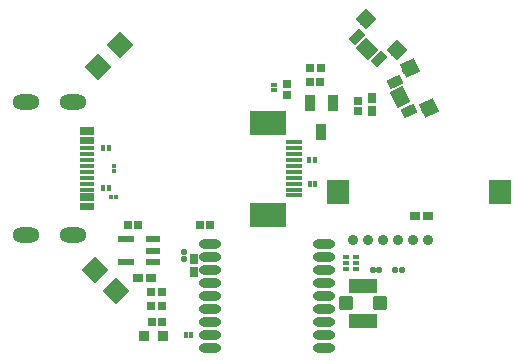
<source format=gbs>
G04 Layer: BottomSolderMaskLayer*
G04 Panelize: , Column: 1, Row: 1, Board Size: 43.14mm x 33.02mm, Panelized Board Size: 43.14mm x 33.02mm*
G04 EasyEDA v6.5.47, 2024-10-29 22:54:22*
G04 42380360e6cd4aec933f52dd5ad820ca,9a4ed40c0dd746429eaf55b84663d2fb,10*
G04 Gerber Generator version 0.2*
G04 Scale: 100 percent, Rotated: No, Reflected: No *
G04 Dimensions in millimeters *
G04 leading zeros omitted , absolute positions ,4 integer and 5 decimal *
%FSLAX45Y45*%
%MOMM*%

%AMMACRO1*4,1,8,-0.021,-1.1284,-1.1284,-0.0211,-1.1284,0.021,-0.021,1.1284,0.0211,1.1284,1.1284,0.021,1.1284,-0.0211,0.0211,-1.1284,-0.021,-1.1284,0*%
%AMMACRO2*4,1,8,-0.0211,-1.1284,-1.1284,-0.021,-1.1284,0.0211,-0.0211,1.1284,0.021,1.1284,1.1284,0.0211,1.1284,-0.021,0.021,-1.1284,-0.0211,-1.1284,0*%
%AMMACRO3*4,1,8,-0.0211,-1.1284,-1.1284,-0.0211,-1.1284,0.021,-0.0211,1.1284,0.021,1.1284,1.1284,0.021,1.1284,-0.0211,0.021,-1.1284,-0.0211,-1.1284,0*%
%AMMACRO4*4,1,8,-0.021,-1.1284,-1.1284,-0.021,-1.1284,0.0211,-0.021,1.1284,0.0211,1.1284,1.1284,0.0211,1.1284,-0.021,0.0211,-1.1284,-0.021,-1.1284,0*%
%AMMACRO5*4,1,8,-0.571,-0.2007,-0.6007,-0.1709,-0.6007,0.1709,-0.571,0.2007,0.5709,0.2007,0.6007,0.1709,0.6007,-0.1709,0.5709,-0.2007,-0.571,-0.2007,0*%
%AMMACRO6*4,1,8,-0.571,-0.2019,-0.6007,-0.1722,-0.6007,0.1722,-0.571,0.2019,0.5709,0.2019,0.6007,0.1722,0.6007,-0.1722,0.5709,-0.2019,-0.571,-0.2019,0*%
%AMMACRO7*4,1,8,-0.9211,-1.0508,-0.9508,-1.021,-0.9508,1.0211,-0.9211,1.0508,0.921,1.0508,0.9508,1.0211,0.9508,-1.021,0.921,-1.0508,-0.9211,-1.0508,0*%
%AMMACRO8*4,1,8,-0.3039,-0.3208,-0.3336,-0.291,-0.3336,0.2911,-0.3039,0.3208,0.3038,0.3208,0.3336,0.2911,0.3336,-0.291,0.3038,-0.3208,-0.3039,-0.3208,0*%
%AMMACRO9*4,1,8,-0.3711,-0.6758,-0.4008,-0.646,-0.4008,0.646,-0.3711,0.6758,0.371,0.6758,0.4008,0.646,0.4008,-0.646,0.371,-0.6758,-0.3711,-0.6758,0*%
%AMMACRO10*4,1,8,-0.1726,-0.2128,-0.2024,-0.183,-0.2024,0.1831,-0.1726,0.2128,0.1726,0.2128,0.2024,0.1831,0.2024,-0.183,0.1726,-0.2128,-0.1726,-0.2128,0*%
%AMMACRO11*4,1,8,-0.1831,-0.2024,-0.2128,-0.1726,-0.2128,0.1726,-0.1831,0.2024,0.183,0.2024,0.2128,0.1726,0.2128,-0.1726,0.183,-0.2024,-0.1831,-0.2024,0*%
%AMMACRO12*4,1,8,-0.1557,-0.175,-0.185,-0.1457,-0.185,0.1457,-0.1557,0.175,0.1557,0.175,0.185,0.1457,0.185,-0.1457,0.1557,-0.175,-0.1557,-0.175,0*%
%AMMACRO13*4,1,8,-0.1457,-0.185,-0.175,-0.1557,-0.175,0.1557,-0.1457,0.185,0.1457,0.185,0.175,0.1557,0.175,-0.1557,0.1457,-0.185,-0.1457,-0.185,0*%
%AMMACRO14*4,1,8,-0.4211,-0.4508,-0.4508,-0.421,-0.4508,0.4211,-0.4211,0.4508,0.421,0.4508,0.4508,0.4211,0.4508,-0.421,0.421,-0.4508,-0.4211,-0.4508,0*%
%AMMACRO15*4,1,8,-0.5996,-0.2958,-0.6293,-0.266,-0.6293,0.2661,-0.5996,0.2958,0.5995,0.2958,0.6293,0.2661,0.6293,-0.266,0.5995,-0.2958,-0.5996,-0.2958,0*%
%AMMACRO16*4,1,8,-0.6086,-0.2958,-0.6383,-0.266,-0.6383,0.2661,-0.6086,0.2958,0.6085,0.2958,0.6383,0.2661,0.6383,-0.266,0.6085,-0.2958,-0.6086,-0.2958,0*%
%AMMACRO17*4,1,8,-0.6711,-0.2008,-0.7008,-0.171,-0.7008,0.1711,-0.6711,0.2008,0.671,0.2008,0.7008,0.1711,0.7008,-0.171,0.671,-0.2008,-0.6711,-0.2008,0*%
%AMMACRO18*4,1,8,-1.5211,-1.0508,-1.5508,-1.021,-1.5508,1.0211,-1.5211,1.0508,1.521,1.0508,1.5508,1.0211,1.5508,-1.021,1.521,-1.0508,-1.5211,-1.0508,0*%
%AMMACRO19*4,1,8,-1.1211,-0.6008,-1.1508,-0.571,-1.1508,0.5711,-1.1211,0.6008,1.121,0.6008,1.1508,0.5711,1.1508,-0.571,1.121,-0.6008,-1.1211,-0.6008,0*%
%AMMACRO20*4,1,8,-0.5211,-0.5758,-0.5508,-0.546,-0.5508,0.5461,-0.5211,0.5758,0.521,0.5758,0.5508,0.5461,0.5508,-0.546,0.521,-0.5758,-0.5211,-0.5758,0*%
%AMMACRO21*4,1,8,-0.2336,-0.1908,-0.2633,-0.161,-0.2633,0.1611,-0.2336,0.1908,0.2335,0.1908,0.2633,0.1611,0.2633,-0.161,0.2335,-0.1908,-0.2336,-0.1908,0*%
%AMMACRO22*4,1,8,-0.2053,-0.2128,-0.235,-0.183,-0.235,0.1831,-0.2053,0.2128,0.2053,0.2128,0.235,0.1831,0.235,-0.183,0.2053,-0.2128,-0.2053,-0.2128,0*%
%AMMACRO23*4,1,8,-0.4161,-0.3208,-0.4458,-0.291,-0.4458,0.2911,-0.4161,0.3208,0.4161,0.3208,0.4458,0.2911,0.4458,-0.291,0.4161,-0.3208,-0.4161,-0.3208,0*%
%AMMACRO24*4,1,8,-0.2911,-0.4458,-0.3208,-0.4161,-0.3208,0.4161,-0.2911,0.4458,0.291,0.4458,0.3208,0.4161,0.3208,-0.4161,0.291,-0.4458,-0.2911,-0.4458,0*%
%AMMACRO25*4,1,8,-0.1831,-0.235,-0.2128,-0.2053,-0.2128,0.2053,-0.1831,0.235,0.183,0.235,0.2128,0.2053,0.2128,-0.2053,0.183,-0.235,-0.1831,-0.235,0*%
%AMMACRO26*4,1,8,-0.2911,-0.3336,-0.3208,-0.3038,-0.3208,0.3039,-0.2911,0.3336,0.291,0.3336,0.3208,0.3039,0.3208,-0.3038,0.291,-0.3336,-0.2911,-0.3336,0*%
%AMMACRO27*4,1,8,-0.1625,-0.6872,-0.6872,-0.1625,-0.6872,-0.1204,0.1204,0.6872,0.1625,0.6872,0.6872,0.1625,0.6872,0.1204,-0.1204,-0.6872,-0.1625,-0.6872,0*%
%AMMACRO28*4,1,8,0.085,-0.9347,-0.9347,0.085,-0.9347,0.1271,-0.1271,0.9347,-0.085,0.9347,0.9347,-0.085,0.9347,-0.1271,0.1271,-0.9347,0.085,-0.9347,0*%
%AMMACRO29*4,1,8,-0.0387,-0.8816,-0.8816,-0.0387,-0.8816,0.0034,-0.0034,0.8816,0.0387,0.8816,0.8816,0.0387,0.8816,-0.0034,0.0033,-0.8816,-0.0387,-0.8816,0*%
%AMMACRO30*4,1,8,-0.0387,-0.8816,-0.8816,-0.0387,-0.8816,0.0034,-0.0034,0.8816,0.0387,0.8816,0.8816,0.0387,0.8816,-0.0034,0.0034,-0.8816,-0.0387,-0.8816,0*%
%AMMACRO31*4,1,8,-0.3376,-0.6106,-0.3774,-0.5969,-0.7027,0.0701,-0.689,0.1099,0.3375,0.6106,0.3773,0.5969,0.7027,-0.0701,0.689,-0.1099,-0.3376,-0.6106,0*%
%AMMACRO32*4,1,8,-0.1841,-0.9252,-0.2239,-0.9115,-0.8561,0.3847,-0.8424,0.4245,0.1841,0.9252,0.2239,0.9115,0.8561,-0.3847,0.8424,-0.4245,-0.1841,-0.9252,0*%
%AMMACRO33*4,1,8,-0.2839,-0.8347,-0.3237,-0.821,-0.8462,0.2504,-0.8325,0.2902,0.2839,0.8347,0.3237,0.821,0.8462,-0.2504,0.8325,-0.2902,-0.2839,-0.8347,0*%
%ADD10MACRO1*%
%ADD11MACRO2*%
%ADD12MACRO3*%
%ADD13MACRO4*%
%ADD14MACRO5*%
%ADD15MACRO6*%
%ADD16O,2.3015956X1.3015976000000002*%
%ADD17MACRO7*%
%ADD18MACRO8*%
%ADD19MACRO9*%
%ADD20MACRO10*%
%ADD21MACRO11*%
%ADD22MACRO12*%
%ADD23MACRO13*%
%ADD24MACRO14*%
%ADD25MACRO15*%
%ADD26MACRO16*%
%ADD27MACRO17*%
%ADD28MACRO18*%
%ADD29O,1.8745962X0.8015985999999999*%
%ADD30MACRO19*%
%ADD31MACRO20*%
%ADD32MACRO21*%
%ADD33MACRO22*%
%ADD34MACRO23*%
%ADD35MACRO24*%
%ADD36MACRO25*%
%ADD37MACRO26*%
%ADD38MACRO27*%
%ADD39MACRO28*%
%ADD40MACRO29*%
%ADD41MACRO30*%
%ADD42C,0.9000*%
%ADD43MACRO31*%
%ADD44MACRO32*%
%ADD45MACRO33*%
%ADD46C,0.9016*%

%LPD*%
D10*
G01*
X-978103Y-113294D03*
D11*
G01*
X-798497Y-292900D03*
D12*
G01*
X-767623Y1789920D03*
D13*
G01*
X-947229Y1610314D03*
D14*
G01*
X-1045382Y488970D03*
G01*
X-1045382Y518942D03*
G01*
X-1045382Y568980D03*
D15*
G01*
X-1045382Y618891D03*
D14*
G01*
X-1045382Y668802D03*
G01*
X-1045382Y718840D03*
G01*
X-1045382Y768878D03*
G01*
X-1045382Y818916D03*
G01*
X-1045382Y868954D03*
G01*
X-1045382Y918992D03*
D15*
G01*
X-1045382Y968903D03*
D14*
G01*
X-1045382Y999002D03*
G01*
X-1045382Y438932D03*
G01*
X-1045382Y408960D03*
G01*
X-1045382Y1048786D03*
D15*
G01*
X-1045382Y1078885D03*
D16*
G01*
X-1160447Y181907D03*
G01*
X-1560446Y181907D03*
G01*
X-1160447Y1305882D03*
G01*
X-1560446Y1305882D03*
D17*
G01*
X1082898Y545000D03*
G01*
X2452895Y545000D03*
D18*
G01*
X-413015Y-301800D03*
G01*
X-499581Y-301800D03*
G01*
X-499281Y-419399D03*
G01*
X-412715Y-419399D03*
D19*
G01*
X939297Y1052830D03*
G01*
X1034293Y1302766D03*
G01*
X844301Y1302766D03*
D20*
G01*
X889053Y613498D03*
G01*
X840742Y613498D03*
D21*
G01*
X541799Y1457853D03*
G01*
X541799Y1409542D03*
D20*
G01*
X885753Y818398D03*
G01*
X837443Y818398D03*
D22*
G01*
X-812467Y728692D03*
G01*
X-812467Y771110D03*
D23*
G01*
X-800402Y506569D03*
G01*
X-842820Y506569D03*
D24*
G01*
X-403042Y-671446D03*
G01*
X-562942Y-670745D03*
D25*
G01*
X-483732Y146296D03*
G01*
X-483732Y51300D03*
G01*
X-483732Y-43695D03*
D26*
G01*
X-714466Y-43695D03*
G01*
X-714466Y146296D03*
D20*
G01*
X-906472Y581499D03*
G01*
X-858161Y581499D03*
G01*
X-861717Y916271D03*
G01*
X-910028Y916271D03*
D27*
G01*
X706615Y518853D03*
G01*
X706615Y568853D03*
G01*
X706615Y618853D03*
G01*
X706615Y668853D03*
G01*
X706615Y718853D03*
G01*
X706615Y768852D03*
G01*
X706615Y818852D03*
G01*
X706615Y868852D03*
G01*
X706615Y918852D03*
G01*
X706615Y968852D03*
D28*
G01*
X487265Y1133853D03*
G01*
X487268Y353852D03*
D29*
G01*
X2Y-770008D03*
G01*
X2Y-660001D03*
G01*
X2Y-549993D03*
G01*
X2Y-440011D03*
G01*
X2Y-330004D03*
G01*
X2Y-219997D03*
G01*
X2Y-110015D03*
G01*
X2Y-7D03*
G01*
X2Y109999D03*
G01*
X962306Y109999D03*
G01*
X962306Y-7D03*
G01*
X962306Y-110015D03*
G01*
X962306Y-219997D03*
G01*
X962306Y-330004D03*
G01*
X962306Y-440011D03*
G01*
X962306Y-549993D03*
G01*
X962306Y-660001D03*
G01*
X962306Y-770008D03*
D30*
G01*
X1290645Y-243998D03*
D31*
G01*
X1148158Y-394000D03*
D30*
G01*
X1290647Y-544000D03*
D31*
G01*
X1433151Y-394000D03*
D32*
G01*
X1237080Y-5816D03*
G01*
X1237080Y-55816D03*
G01*
X1237080Y-105816D03*
G01*
X1149579Y-105816D03*
G01*
X1149579Y-55816D03*
G01*
X1149579Y-5816D03*
D33*
G01*
X1427723Y-108457D03*
G01*
X1372880Y-108457D03*
D18*
G01*
X847248Y1595996D03*
G01*
X933814Y1595996D03*
D34*
G01*
X1844301Y347698D03*
G01*
X1735289Y347698D03*
D35*
G01*
X-138300Y-16893D03*
G01*
X-138300Y-125905D03*
D33*
G01*
X1620255Y-110490D03*
G01*
X1565412Y-110490D03*
D34*
G01*
X-503191Y-182100D03*
G01*
X-612203Y-182100D03*
D20*
G01*
X-160502Y-658622D03*
G01*
X-208813Y-658622D03*
D36*
G01*
X-219600Y-18422D03*
G01*
X-219600Y36421D03*
D18*
G01*
X-2437Y271780D03*
G01*
X-89002Y271780D03*
D37*
G01*
X652797Y1459878D03*
G01*
X652797Y1373313D03*
D38*
G01*
X1429108Y1671368D03*
G01*
X1241724Y1858749D03*
D39*
G01*
X1324810Y1754452D03*
D40*
G01*
X1582903Y1750918D03*
D41*
G01*
X1321274Y2012546D03*
D42*
G01*
X1562254Y1730265D03*
G01*
X1300609Y1991885D03*
D18*
G01*
X931020Y1475346D03*
G01*
X844454Y1475346D03*
D43*
G01*
X1678844Y1237371D03*
G01*
X1562676Y1475550D03*
D44*
G01*
X1607277Y1349885D03*
D45*
G01*
X1850160Y1262517D03*
G01*
X1687963Y1595069D03*
D42*
G01*
X1823900Y1249697D03*
G01*
X1661695Y1582234D03*
D35*
G01*
X1365585Y1343764D03*
G01*
X1365585Y1234752D03*
D37*
G01*
X1246205Y1234545D03*
G01*
X1246205Y1321111D03*
D18*
G01*
X-609672Y264507D03*
G01*
X-696238Y264507D03*
G01*
X-411516Y-551698D03*
G01*
X-498082Y-551698D03*
D46*
G01*
X1460756Y137838D03*
G01*
X1587756Y137838D03*
G01*
X1714756Y137838D03*
G01*
X1841756Y137838D03*
G01*
X1333756Y137838D03*
G01*
X1206756Y137838D03*
M02*

</source>
